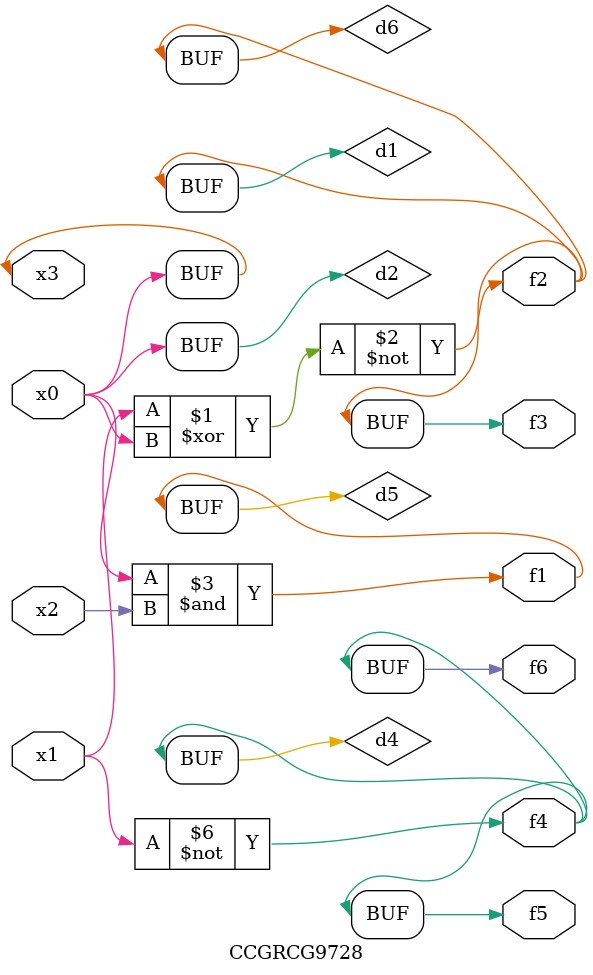
<source format=v>
module CCGRCG9728(
	input x0, x1, x2, x3,
	output f1, f2, f3, f4, f5, f6
);

	wire d1, d2, d3, d4, d5, d6;

	xnor (d1, x1, x3);
	buf (d2, x0, x3);
	nand (d3, x0, x2);
	not (d4, x1);
	nand (d5, d3);
	or (d6, d1);
	assign f1 = d5;
	assign f2 = d6;
	assign f3 = d6;
	assign f4 = d4;
	assign f5 = d4;
	assign f6 = d4;
endmodule

</source>
